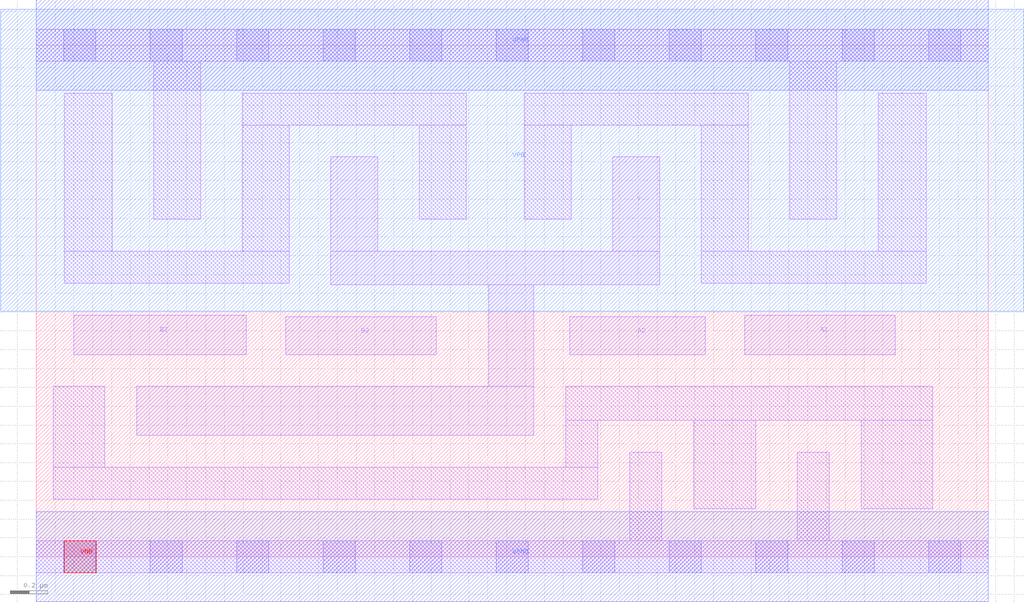
<source format=lef>
# Copyright 2020 The SkyWater PDK Authors
#
# Licensed under the Apache License, Version 2.0 (the "License");
# you may not use this file except in compliance with the License.
# You may obtain a copy of the License at
#
#     https://www.apache.org/licenses/LICENSE-2.0
#
# Unless required by applicable law or agreed to in writing, software
# distributed under the License is distributed on an "AS IS" BASIS,
# WITHOUT WARRANTIES OR CONDITIONS OF ANY KIND, either express or implied.
# See the License for the specific language governing permissions and
# limitations under the License.
#
# SPDX-License-Identifier: Apache-2.0

VERSION 5.7 ;
  NOWIREEXTENSIONATPIN ON ;
  DIVIDERCHAR "/" ;
  BUSBITCHARS "[]" ;
PROPERTYDEFINITIONS
  MACRO maskLayoutSubType STRING ;
  MACRO prCellType STRING ;
  MACRO originalViewName STRING ;
END PROPERTYDEFINITIONS
MACRO sky130_fd_sc_hdll__o22ai_2
  CLASS CORE ;
  FOREIGN sky130_fd_sc_hdll__o22ai_2 ;
  ORIGIN  0.000000  0.000000 ;
  SIZE  5.060000 BY  2.720000 ;
  SYMMETRY X Y R90 ;
  SITE unithd ;
  PIN A1
    ANTENNAGATEAREA  0.555000 ;
    DIRECTION INPUT ;
    USE SIGNAL ;
    PORT
      LAYER li1 ;
        RECT 3.765000 1.075000 4.565000 1.285000 ;
    END
  END A1
  PIN A2
    ANTENNAGATEAREA  0.555000 ;
    DIRECTION INPUT ;
    USE SIGNAL ;
    PORT
      LAYER li1 ;
        RECT 2.835000 1.075000 3.555000 1.275000 ;
    END
  END A2
  PIN B1
    ANTENNAGATEAREA  0.555000 ;
    DIRECTION INPUT ;
    USE SIGNAL ;
    PORT
      LAYER li1 ;
        RECT 0.200000 1.075000 1.115000 1.285000 ;
    END
  END B1
  PIN B2
    ANTENNAGATEAREA  0.555000 ;
    DIRECTION INPUT ;
    USE SIGNAL ;
    PORT
      LAYER li1 ;
        RECT 1.325000 1.075000 2.125000 1.275000 ;
    END
  END B2
  PIN VGND
    ANTENNADIFFAREA  0.481000 ;
    DIRECTION INOUT ;
    USE SIGNAL ;
    PORT
      LAYER met1 ;
        RECT 0.000000 -0.240000 5.060000 0.240000 ;
    END
  END VGND
  PIN VNB
    PORT
      LAYER pwell ;
        RECT 0.150000 -0.085000 0.320000 0.085000 ;
    END
  END VNB
  PIN VPB
    PORT
      LAYER nwell ;
        RECT -0.190000 1.305000 5.250000 2.910000 ;
    END
  END VPB
  PIN VPWR
    ANTENNADIFFAREA  0.580000 ;
    DIRECTION INOUT ;
    USE SIGNAL ;
    PORT
      LAYER met1 ;
        RECT 0.000000 2.480000 5.060000 2.960000 ;
    END
  END VPWR
  PIN Y
    ANTENNADIFFAREA  1.061000 ;
    DIRECTION OUTPUT ;
    USE SIGNAL ;
    PORT
      LAYER li1 ;
        RECT 0.535000 0.645000 2.645000 0.905000 ;
        RECT 1.565000 1.445000 3.315000 1.625000 ;
        RECT 1.565000 1.625000 1.815000 2.125000 ;
        RECT 2.405000 0.905000 2.645000 1.445000 ;
        RECT 3.065000 1.625000 3.315000 2.125000 ;
    END
  END Y
  OBS
    LAYER li1 ;
      RECT 0.000000 -0.085000 5.060000 0.085000 ;
      RECT 0.000000  2.635000 5.060000 2.805000 ;
      RECT 0.090000  0.305000 2.985000 0.475000 ;
      RECT 0.090000  0.475000 0.365000 0.905000 ;
      RECT 0.150000  1.455000 1.345000 1.625000 ;
      RECT 0.150000  1.625000 0.405000 2.465000 ;
      RECT 0.625000  1.795000 0.875000 2.635000 ;
      RECT 1.095000  1.625000 1.345000 2.295000 ;
      RECT 1.095000  2.295000 2.285000 2.465000 ;
      RECT 2.035000  1.795000 2.285000 2.295000 ;
      RECT 2.595000  1.795000 2.845000 2.295000 ;
      RECT 2.595000  2.295000 3.785000 2.465000 ;
      RECT 2.815000  0.475000 2.985000 0.725000 ;
      RECT 2.815000  0.725000 4.765000 0.905000 ;
      RECT 3.155000  0.085000 3.325000 0.555000 ;
      RECT 3.495000  0.255000 3.825000 0.725000 ;
      RECT 3.535000  1.455000 4.730000 1.625000 ;
      RECT 3.535000  1.625000 3.785000 2.295000 ;
      RECT 4.005000  1.795000 4.255000 2.635000 ;
      RECT 4.045000  0.085000 4.215000 0.555000 ;
      RECT 4.385000  0.255000 4.765000 0.725000 ;
      RECT 4.475000  1.625000 4.730000 2.465000 ;
    LAYER mcon ;
      RECT 0.145000 -0.085000 0.315000 0.085000 ;
      RECT 0.145000  2.635000 0.315000 2.805000 ;
      RECT 0.605000 -0.085000 0.775000 0.085000 ;
      RECT 0.605000  2.635000 0.775000 2.805000 ;
      RECT 1.065000 -0.085000 1.235000 0.085000 ;
      RECT 1.065000  2.635000 1.235000 2.805000 ;
      RECT 1.525000 -0.085000 1.695000 0.085000 ;
      RECT 1.525000  2.635000 1.695000 2.805000 ;
      RECT 1.985000 -0.085000 2.155000 0.085000 ;
      RECT 1.985000  2.635000 2.155000 2.805000 ;
      RECT 2.445000 -0.085000 2.615000 0.085000 ;
      RECT 2.445000  2.635000 2.615000 2.805000 ;
      RECT 2.905000 -0.085000 3.075000 0.085000 ;
      RECT 2.905000  2.635000 3.075000 2.805000 ;
      RECT 3.365000 -0.085000 3.535000 0.085000 ;
      RECT 3.365000  2.635000 3.535000 2.805000 ;
      RECT 3.825000 -0.085000 3.995000 0.085000 ;
      RECT 3.825000  2.635000 3.995000 2.805000 ;
      RECT 4.285000 -0.085000 4.455000 0.085000 ;
      RECT 4.285000  2.635000 4.455000 2.805000 ;
      RECT 4.745000 -0.085000 4.915000 0.085000 ;
      RECT 4.745000  2.635000 4.915000 2.805000 ;
  END
  PROPERTY maskLayoutSubType "abstract" ;
  PROPERTY prCellType "standard" ;
  PROPERTY originalViewName "layout" ;
END sky130_fd_sc_hdll__o22ai_2
END LIBRARY

</source>
